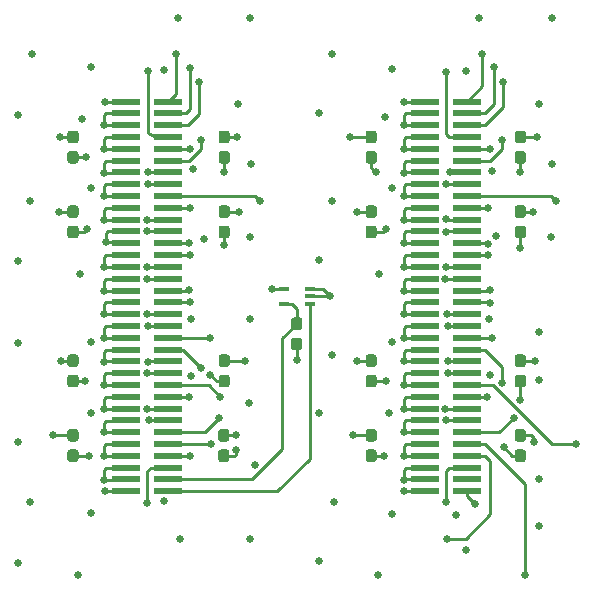
<source format=gbr>
%TF.GenerationSoftware,KiCad,Pcbnew,5.1.9-73d0e3b20d~88~ubuntu20.04.1*%
%TF.CreationDate,2021-03-01T10:08:49-05:00*%
%TF.ProjectId,SiPM_Board,5369504d-5f42-46f6-9172-642e6b696361,rev?*%
%TF.SameCoordinates,Original*%
%TF.FileFunction,Copper,L4,Bot*%
%TF.FilePolarity,Positive*%
%FSLAX46Y46*%
G04 Gerber Fmt 4.6, Leading zero omitted, Abs format (unit mm)*
G04 Created by KiCad (PCBNEW 5.1.9-73d0e3b20d~88~ubuntu20.04.1) date 2021-03-01 10:08:49*
%MOMM*%
%LPD*%
G01*
G04 APERTURE LIST*
%TA.AperFunction,SMDPad,CuDef*%
%ADD10R,0.900000X0.400000*%
%TD*%
%TA.AperFunction,SMDPad,CuDef*%
%ADD11R,2.413000X0.558800*%
%TD*%
%TA.AperFunction,ViaPad*%
%ADD12C,0.635000*%
%TD*%
%TA.AperFunction,Conductor*%
%ADD13C,0.294640*%
%TD*%
G04 APERTURE END LIST*
D10*
%TO.P,U1,4*%
%TO.N,/VDD*%
X148900000Y-100650000D03*
%TO.P,U1,2*%
%TO.N,GND*%
X151100000Y-100000000D03*
%TO.P,U1,5*%
X148900180Y-99344680D03*
%TO.P,U1,3*%
%TO.N,/OUT*%
X151100000Y-100650000D03*
%TO.P,U1,1*%
%TO.N,GND*%
X151100000Y-99350000D03*
%TD*%
D11*
%TO.P,J2,68*%
%TO.N,/BIAS4*%
X160852000Y-116502634D03*
%TO.P,J2,67*%
X164408000Y-116502634D03*
%TO.P,J2,66*%
%TO.N,GND*%
X160852000Y-115502636D03*
%TO.P,J2,65*%
%TO.N,Net-(J2-Pad65)*%
X164408000Y-115502636D03*
%TO.P,J2,64*%
%TO.N,GND*%
X160852000Y-114502638D03*
%TO.P,J2,63*%
%TO.N,Net-(J2-Pad63)*%
X164408000Y-114502638D03*
%TO.P,J2,62*%
%TO.N,GND*%
X160852000Y-113502640D03*
%TO.P,J2,61*%
%TO.N,Net-(J2-Pad61)*%
X164408000Y-113502640D03*
%TO.P,J2,60*%
%TO.N,GND*%
X160852000Y-112502642D03*
%TO.P,J2,59*%
%TO.N,Net-(J2-Pad59)*%
X164408000Y-112502642D03*
%TO.P,J2,58*%
%TO.N,GND*%
X160852000Y-111502644D03*
%TO.P,J2,57*%
%TO.N,Net-(J2-Pad57)*%
X164408000Y-111502644D03*
%TO.P,J2,56*%
%TO.N,GND*%
X160852000Y-110502646D03*
%TO.P,J2,55*%
%TO.N,Net-(J2-Pad55)*%
X164408000Y-110502646D03*
%TO.P,J2,54*%
%TO.N,GND*%
X160852000Y-109502648D03*
%TO.P,J2,53*%
%TO.N,Net-(J2-Pad53)*%
X164408000Y-109502648D03*
%TO.P,J2,52*%
%TO.N,GND*%
X160852000Y-108502650D03*
%TO.P,J2,51*%
%TO.N,Net-(J2-Pad51)*%
X164408000Y-108502650D03*
%TO.P,J2,50*%
%TO.N,GND*%
X160852000Y-107502652D03*
%TO.P,J2,49*%
%TO.N,Net-(J2-Pad49)*%
X164408000Y-107502652D03*
%TO.P,J2,48*%
%TO.N,GND*%
X160852000Y-106502654D03*
%TO.P,J2,47*%
%TO.N,Net-(J2-Pad47)*%
X164408000Y-106502654D03*
%TO.P,J2,46*%
%TO.N,GND*%
X160852000Y-105502656D03*
%TO.P,J2,45*%
%TO.N,Net-(J2-Pad45)*%
X164408000Y-105502656D03*
%TO.P,J2,44*%
%TO.N,GND*%
X160852000Y-104502658D03*
%TO.P,J2,43*%
%TO.N,Net-(J2-Pad43)*%
X164408000Y-104502658D03*
%TO.P,J2,42*%
%TO.N,GND*%
X160852000Y-103502660D03*
%TO.P,J2,41*%
%TO.N,Net-(J2-Pad41)*%
X164408000Y-103502660D03*
%TO.P,J2,40*%
%TO.N,GND*%
X160852000Y-102502662D03*
%TO.P,J2,39*%
%TO.N,Net-(J2-Pad39)*%
X164408000Y-102502662D03*
%TO.P,J2,38*%
%TO.N,GND*%
X160852000Y-101502664D03*
%TO.P,J2,37*%
%TO.N,Net-(J2-Pad37)*%
X164408000Y-101502664D03*
%TO.P,J2,36*%
%TO.N,GND*%
X160852000Y-100502666D03*
%TO.P,J2,35*%
%TO.N,Net-(J2-Pad35)*%
X164408000Y-100502666D03*
%TO.P,J2,34*%
%TO.N,GND*%
X160852000Y-99502668D03*
%TO.P,J2,33*%
%TO.N,Net-(J2-Pad33)*%
X164408000Y-99502668D03*
%TO.P,J2,32*%
%TO.N,GND*%
X160852000Y-98502670D03*
%TO.P,J2,31*%
%TO.N,Net-(J2-Pad31)*%
X164408000Y-98502670D03*
%TO.P,J2,30*%
%TO.N,GND*%
X160852000Y-97502672D03*
%TO.P,J2,29*%
%TO.N,Net-(J2-Pad29)*%
X164408000Y-97502672D03*
%TO.P,J2,28*%
%TO.N,GND*%
X160852000Y-96502674D03*
%TO.P,J2,27*%
%TO.N,Net-(J2-Pad27)*%
X164408000Y-96502674D03*
%TO.P,J2,26*%
%TO.N,GND*%
X160852000Y-95502676D03*
%TO.P,J2,25*%
%TO.N,Net-(J2-Pad25)*%
X164408000Y-95502676D03*
%TO.P,J2,24*%
%TO.N,GND*%
X160852000Y-94502678D03*
%TO.P,J2,23*%
%TO.N,Net-(J2-Pad23)*%
X164408000Y-94502678D03*
%TO.P,J2,22*%
%TO.N,GND*%
X160852000Y-93502680D03*
%TO.P,J2,21*%
%TO.N,Net-(J2-Pad21)*%
X164408000Y-93502680D03*
%TO.P,J2,20*%
%TO.N,GND*%
X160852000Y-92502682D03*
%TO.P,J2,19*%
%TO.N,Net-(J2-Pad19)*%
X164408000Y-92502682D03*
%TO.P,J2,18*%
%TO.N,GND*%
X160852000Y-91502684D03*
%TO.P,J2,17*%
%TO.N,Net-(J2-Pad17)*%
X164408000Y-91502684D03*
%TO.P,J2,16*%
%TO.N,GND*%
X160852000Y-90502686D03*
%TO.P,J2,15*%
%TO.N,Net-(J2-Pad15)*%
X164408000Y-90502686D03*
%TO.P,J2,14*%
%TO.N,GND*%
X160852000Y-89502688D03*
%TO.P,J2,13*%
%TO.N,Net-(J2-Pad13)*%
X164408000Y-89502688D03*
%TO.P,J2,12*%
%TO.N,GND*%
X160852000Y-88502690D03*
%TO.P,J2,11*%
%TO.N,Net-(J2-Pad11)*%
X164408000Y-88502690D03*
%TO.P,J2,10*%
%TO.N,GND*%
X160852000Y-87502692D03*
%TO.P,J2,9*%
%TO.N,Net-(J2-Pad9)*%
X164408000Y-87502692D03*
%TO.P,J2,8*%
%TO.N,GND*%
X160852000Y-86502694D03*
%TO.P,J2,7*%
%TO.N,Net-(J2-Pad7)*%
X164408000Y-86502694D03*
%TO.P,J2,6*%
%TO.N,GND*%
X160852000Y-85502696D03*
%TO.P,J2,5*%
%TO.N,Net-(J2-Pad5)*%
X164408000Y-85502696D03*
%TO.P,J2,4*%
%TO.N,GND*%
X160852000Y-84502698D03*
%TO.P,J2,3*%
%TO.N,Net-(J2-Pad3)*%
X164408000Y-84502698D03*
%TO.P,J2,1*%
%TO.N,Net-(J2-Pad1)*%
X164408000Y-83502700D03*
%TO.P,J2,2*%
%TO.N,/BIAS3*%
X160852000Y-83502700D03*
%TD*%
%TO.P,J1,2*%
%TO.N,/BIAS1*%
X135592000Y-83502700D03*
%TO.P,J1,1*%
%TO.N,Net-(J1-Pad1)*%
X139148000Y-83502700D03*
%TO.P,J1,3*%
%TO.N,Net-(J1-Pad3)*%
X139148000Y-84502698D03*
%TO.P,J1,4*%
%TO.N,GND*%
X135592000Y-84502698D03*
%TO.P,J1,5*%
%TO.N,Net-(J1-Pad5)*%
X139148000Y-85502696D03*
%TO.P,J1,6*%
%TO.N,GND*%
X135592000Y-85502696D03*
%TO.P,J1,7*%
%TO.N,Net-(J1-Pad7)*%
X139148000Y-86502694D03*
%TO.P,J1,8*%
%TO.N,GND*%
X135592000Y-86502694D03*
%TO.P,J1,9*%
%TO.N,Net-(J1-Pad9)*%
X139148000Y-87502692D03*
%TO.P,J1,10*%
%TO.N,GND*%
X135592000Y-87502692D03*
%TO.P,J1,11*%
%TO.N,Net-(J1-Pad11)*%
X139148000Y-88502690D03*
%TO.P,J1,12*%
%TO.N,GND*%
X135592000Y-88502690D03*
%TO.P,J1,13*%
%TO.N,Net-(J1-Pad13)*%
X139148000Y-89502688D03*
%TO.P,J1,14*%
%TO.N,GND*%
X135592000Y-89502688D03*
%TO.P,J1,15*%
%TO.N,Net-(J1-Pad15)*%
X139148000Y-90502686D03*
%TO.P,J1,16*%
%TO.N,GND*%
X135592000Y-90502686D03*
%TO.P,J1,17*%
%TO.N,Net-(J1-Pad17)*%
X139148000Y-91502684D03*
%TO.P,J1,18*%
%TO.N,GND*%
X135592000Y-91502684D03*
%TO.P,J1,19*%
%TO.N,Net-(J1-Pad19)*%
X139148000Y-92502682D03*
%TO.P,J1,20*%
%TO.N,GND*%
X135592000Y-92502682D03*
%TO.P,J1,21*%
%TO.N,Net-(J1-Pad21)*%
X139148000Y-93502680D03*
%TO.P,J1,22*%
%TO.N,GND*%
X135592000Y-93502680D03*
%TO.P,J1,23*%
%TO.N,Net-(J1-Pad23)*%
X139148000Y-94502678D03*
%TO.P,J1,24*%
%TO.N,GND*%
X135592000Y-94502678D03*
%TO.P,J1,25*%
%TO.N,Net-(J1-Pad25)*%
X139148000Y-95502676D03*
%TO.P,J1,26*%
%TO.N,GND*%
X135592000Y-95502676D03*
%TO.P,J1,27*%
%TO.N,Net-(J1-Pad27)*%
X139148000Y-96502674D03*
%TO.P,J1,28*%
%TO.N,GND*%
X135592000Y-96502674D03*
%TO.P,J1,29*%
%TO.N,Net-(J1-Pad29)*%
X139148000Y-97502672D03*
%TO.P,J1,30*%
%TO.N,GND*%
X135592000Y-97502672D03*
%TO.P,J1,31*%
%TO.N,Net-(J1-Pad31)*%
X139148000Y-98502670D03*
%TO.P,J1,32*%
%TO.N,GND*%
X135592000Y-98502670D03*
%TO.P,J1,33*%
%TO.N,Net-(J1-Pad33)*%
X139148000Y-99502668D03*
%TO.P,J1,34*%
%TO.N,GND*%
X135592000Y-99502668D03*
%TO.P,J1,35*%
%TO.N,Net-(J1-Pad35)*%
X139148000Y-100502666D03*
%TO.P,J1,36*%
%TO.N,GND*%
X135592000Y-100502666D03*
%TO.P,J1,37*%
%TO.N,Net-(J1-Pad37)*%
X139148000Y-101502664D03*
%TO.P,J1,38*%
%TO.N,GND*%
X135592000Y-101502664D03*
%TO.P,J1,39*%
%TO.N,Net-(J1-Pad39)*%
X139148000Y-102502662D03*
%TO.P,J1,40*%
%TO.N,GND*%
X135592000Y-102502662D03*
%TO.P,J1,41*%
%TO.N,Net-(J1-Pad41)*%
X139148000Y-103502660D03*
%TO.P,J1,42*%
%TO.N,GND*%
X135592000Y-103502660D03*
%TO.P,J1,43*%
%TO.N,Net-(J1-Pad43)*%
X139148000Y-104502658D03*
%TO.P,J1,44*%
%TO.N,GND*%
X135592000Y-104502658D03*
%TO.P,J1,45*%
%TO.N,Net-(J1-Pad45)*%
X139148000Y-105502656D03*
%TO.P,J1,46*%
%TO.N,GND*%
X135592000Y-105502656D03*
%TO.P,J1,47*%
%TO.N,Net-(J1-Pad47)*%
X139148000Y-106502654D03*
%TO.P,J1,48*%
%TO.N,GND*%
X135592000Y-106502654D03*
%TO.P,J1,49*%
%TO.N,Net-(J1-Pad49)*%
X139148000Y-107502652D03*
%TO.P,J1,50*%
%TO.N,GND*%
X135592000Y-107502652D03*
%TO.P,J1,51*%
%TO.N,Net-(J1-Pad51)*%
X139148000Y-108502650D03*
%TO.P,J1,52*%
%TO.N,GND*%
X135592000Y-108502650D03*
%TO.P,J1,53*%
%TO.N,Net-(J1-Pad53)*%
X139148000Y-109502648D03*
%TO.P,J1,54*%
%TO.N,GND*%
X135592000Y-109502648D03*
%TO.P,J1,55*%
%TO.N,Net-(J1-Pad55)*%
X139148000Y-110502646D03*
%TO.P,J1,56*%
%TO.N,GND*%
X135592000Y-110502646D03*
%TO.P,J1,57*%
%TO.N,Net-(J1-Pad57)*%
X139148000Y-111502644D03*
%TO.P,J1,58*%
%TO.N,GND*%
X135592000Y-111502644D03*
%TO.P,J1,59*%
%TO.N,Net-(J1-Pad59)*%
X139148000Y-112502642D03*
%TO.P,J1,60*%
%TO.N,GND*%
X135592000Y-112502642D03*
%TO.P,J1,61*%
%TO.N,Net-(J1-Pad61)*%
X139148000Y-113502640D03*
%TO.P,J1,62*%
%TO.N,GND*%
X135592000Y-113502640D03*
%TO.P,J1,63*%
%TO.N,Net-(J1-Pad63)*%
X139148000Y-114502638D03*
%TO.P,J1,64*%
%TO.N,GND*%
X135592000Y-114502638D03*
%TO.P,J1,65*%
%TO.N,/VDD*%
X139148000Y-115502636D03*
%TO.P,J1,66*%
%TO.N,GND*%
X135592000Y-115502636D03*
%TO.P,J1,67*%
%TO.N,/OUT*%
X139148000Y-116502634D03*
%TO.P,J1,68*%
%TO.N,/BIAS2*%
X135592000Y-116502634D03*
%TD*%
%TO.P,C15,1*%
%TO.N,/BIAS4*%
%TA.AperFunction,SMDPad,CuDef*%
G36*
G01*
X156072500Y-111230000D02*
X156547500Y-111230000D01*
G75*
G02*
X156785000Y-111467500I0J-237500D01*
G01*
X156785000Y-112067500D01*
G75*
G02*
X156547500Y-112305000I-237500J0D01*
G01*
X156072500Y-112305000D01*
G75*
G02*
X155835000Y-112067500I0J237500D01*
G01*
X155835000Y-111467500D01*
G75*
G02*
X156072500Y-111230000I237500J0D01*
G01*
G37*
%TD.AperFunction*%
%TO.P,C15,2*%
%TO.N,GND*%
%TA.AperFunction,SMDPad,CuDef*%
G36*
G01*
X156072500Y-112955000D02*
X156547500Y-112955000D01*
G75*
G02*
X156785000Y-113192500I0J-237500D01*
G01*
X156785000Y-113792500D01*
G75*
G02*
X156547500Y-114030000I-237500J0D01*
G01*
X156072500Y-114030000D01*
G75*
G02*
X155835000Y-113792500I0J237500D01*
G01*
X155835000Y-113192500D01*
G75*
G02*
X156072500Y-112955000I237500J0D01*
G01*
G37*
%TD.AperFunction*%
%TD*%
%TO.P,C9,2*%
%TO.N,GND*%
%TA.AperFunction,SMDPad,CuDef*%
G36*
G01*
X149762500Y-103505000D02*
X150237500Y-103505000D01*
G75*
G02*
X150475000Y-103742500I0J-237500D01*
G01*
X150475000Y-104342500D01*
G75*
G02*
X150237500Y-104580000I-237500J0D01*
G01*
X149762500Y-104580000D01*
G75*
G02*
X149525000Y-104342500I0J237500D01*
G01*
X149525000Y-103742500D01*
G75*
G02*
X149762500Y-103505000I237500J0D01*
G01*
G37*
%TD.AperFunction*%
%TO.P,C9,1*%
%TO.N,/VDD*%
%TA.AperFunction,SMDPad,CuDef*%
G36*
G01*
X149762500Y-101780000D02*
X150237500Y-101780000D01*
G75*
G02*
X150475000Y-102017500I0J-237500D01*
G01*
X150475000Y-102617500D01*
G75*
G02*
X150237500Y-102855000I-237500J0D01*
G01*
X149762500Y-102855000D01*
G75*
G02*
X149525000Y-102617500I0J237500D01*
G01*
X149525000Y-102017500D01*
G75*
G02*
X149762500Y-101780000I237500J0D01*
G01*
G37*
%TD.AperFunction*%
%TD*%
%TO.P,C5,2*%
%TO.N,GND*%
%TA.AperFunction,SMDPad,CuDef*%
G36*
G01*
X130822500Y-87695000D02*
X131297500Y-87695000D01*
G75*
G02*
X131535000Y-87932500I0J-237500D01*
G01*
X131535000Y-88532500D01*
G75*
G02*
X131297500Y-88770000I-237500J0D01*
G01*
X130822500Y-88770000D01*
G75*
G02*
X130585000Y-88532500I0J237500D01*
G01*
X130585000Y-87932500D01*
G75*
G02*
X130822500Y-87695000I237500J0D01*
G01*
G37*
%TD.AperFunction*%
%TO.P,C5,1*%
%TO.N,/BIAS1*%
%TA.AperFunction,SMDPad,CuDef*%
G36*
G01*
X130822500Y-85970000D02*
X131297500Y-85970000D01*
G75*
G02*
X131535000Y-86207500I0J-237500D01*
G01*
X131535000Y-86807500D01*
G75*
G02*
X131297500Y-87045000I-237500J0D01*
G01*
X130822500Y-87045000D01*
G75*
G02*
X130585000Y-86807500I0J237500D01*
G01*
X130585000Y-86207500D01*
G75*
G02*
X130822500Y-85970000I237500J0D01*
G01*
G37*
%TD.AperFunction*%
%TD*%
%TO.P,C7,1*%
%TO.N,/BIAS1*%
%TA.AperFunction,SMDPad,CuDef*%
G36*
G01*
X143632500Y-85970000D02*
X144107500Y-85970000D01*
G75*
G02*
X144345000Y-86207500I0J-237500D01*
G01*
X144345000Y-86807500D01*
G75*
G02*
X144107500Y-87045000I-237500J0D01*
G01*
X143632500Y-87045000D01*
G75*
G02*
X143395000Y-86807500I0J237500D01*
G01*
X143395000Y-86207500D01*
G75*
G02*
X143632500Y-85970000I237500J0D01*
G01*
G37*
%TD.AperFunction*%
%TO.P,C7,2*%
%TO.N,GND*%
%TA.AperFunction,SMDPad,CuDef*%
G36*
G01*
X143632500Y-87695000D02*
X144107500Y-87695000D01*
G75*
G02*
X144345000Y-87932500I0J-237500D01*
G01*
X144345000Y-88532500D01*
G75*
G02*
X144107500Y-88770000I-237500J0D01*
G01*
X143632500Y-88770000D01*
G75*
G02*
X143395000Y-88532500I0J237500D01*
G01*
X143395000Y-87932500D01*
G75*
G02*
X143632500Y-87695000I237500J0D01*
G01*
G37*
%TD.AperFunction*%
%TD*%
%TO.P,C6,2*%
%TO.N,GND*%
%TA.AperFunction,SMDPad,CuDef*%
G36*
G01*
X130822500Y-112955000D02*
X131297500Y-112955000D01*
G75*
G02*
X131535000Y-113192500I0J-237500D01*
G01*
X131535000Y-113792500D01*
G75*
G02*
X131297500Y-114030000I-237500J0D01*
G01*
X130822500Y-114030000D01*
G75*
G02*
X130585000Y-113792500I0J237500D01*
G01*
X130585000Y-113192500D01*
G75*
G02*
X130822500Y-112955000I237500J0D01*
G01*
G37*
%TD.AperFunction*%
%TO.P,C6,1*%
%TO.N,/BIAS2*%
%TA.AperFunction,SMDPad,CuDef*%
G36*
G01*
X130822500Y-111230000D02*
X131297500Y-111230000D01*
G75*
G02*
X131535000Y-111467500I0J-237500D01*
G01*
X131535000Y-112067500D01*
G75*
G02*
X131297500Y-112305000I-237500J0D01*
G01*
X130822500Y-112305000D01*
G75*
G02*
X130585000Y-112067500I0J237500D01*
G01*
X130585000Y-111467500D01*
G75*
G02*
X130822500Y-111230000I237500J0D01*
G01*
G37*
%TD.AperFunction*%
%TD*%
%TO.P,C8,1*%
%TO.N,/BIAS2*%
%TA.AperFunction,SMDPad,CuDef*%
G36*
G01*
X143582500Y-111230000D02*
X144057500Y-111230000D01*
G75*
G02*
X144295000Y-111467500I0J-237500D01*
G01*
X144295000Y-112067500D01*
G75*
G02*
X144057500Y-112305000I-237500J0D01*
G01*
X143582500Y-112305000D01*
G75*
G02*
X143345000Y-112067500I0J237500D01*
G01*
X143345000Y-111467500D01*
G75*
G02*
X143582500Y-111230000I237500J0D01*
G01*
G37*
%TD.AperFunction*%
%TO.P,C8,2*%
%TO.N,GND*%
%TA.AperFunction,SMDPad,CuDef*%
G36*
G01*
X143582500Y-112955000D02*
X144057500Y-112955000D01*
G75*
G02*
X144295000Y-113192500I0J-237500D01*
G01*
X144295000Y-113792500D01*
G75*
G02*
X144057500Y-114030000I-237500J0D01*
G01*
X143582500Y-114030000D01*
G75*
G02*
X143345000Y-113792500I0J237500D01*
G01*
X143345000Y-113192500D01*
G75*
G02*
X143582500Y-112955000I237500J0D01*
G01*
G37*
%TD.AperFunction*%
%TD*%
%TO.P,C14,2*%
%TO.N,GND*%
%TA.AperFunction,SMDPad,CuDef*%
G36*
G01*
X156072500Y-87695000D02*
X156547500Y-87695000D01*
G75*
G02*
X156785000Y-87932500I0J-237500D01*
G01*
X156785000Y-88532500D01*
G75*
G02*
X156547500Y-88770000I-237500J0D01*
G01*
X156072500Y-88770000D01*
G75*
G02*
X155835000Y-88532500I0J237500D01*
G01*
X155835000Y-87932500D01*
G75*
G02*
X156072500Y-87695000I237500J0D01*
G01*
G37*
%TD.AperFunction*%
%TO.P,C14,1*%
%TO.N,/BIAS3*%
%TA.AperFunction,SMDPad,CuDef*%
G36*
G01*
X156072500Y-85970000D02*
X156547500Y-85970000D01*
G75*
G02*
X156785000Y-86207500I0J-237500D01*
G01*
X156785000Y-86807500D01*
G75*
G02*
X156547500Y-87045000I-237500J0D01*
G01*
X156072500Y-87045000D01*
G75*
G02*
X155835000Y-86807500I0J237500D01*
G01*
X155835000Y-86207500D01*
G75*
G02*
X156072500Y-85970000I237500J0D01*
G01*
G37*
%TD.AperFunction*%
%TD*%
%TO.P,C16,1*%
%TO.N,/BIAS3*%
%TA.AperFunction,SMDPad,CuDef*%
G36*
G01*
X168702500Y-85970000D02*
X169177500Y-85970000D01*
G75*
G02*
X169415000Y-86207500I0J-237500D01*
G01*
X169415000Y-86807500D01*
G75*
G02*
X169177500Y-87045000I-237500J0D01*
G01*
X168702500Y-87045000D01*
G75*
G02*
X168465000Y-86807500I0J237500D01*
G01*
X168465000Y-86207500D01*
G75*
G02*
X168702500Y-85970000I237500J0D01*
G01*
G37*
%TD.AperFunction*%
%TO.P,C16,2*%
%TO.N,GND*%
%TA.AperFunction,SMDPad,CuDef*%
G36*
G01*
X168702500Y-87695000D02*
X169177500Y-87695000D01*
G75*
G02*
X169415000Y-87932500I0J-237500D01*
G01*
X169415000Y-88532500D01*
G75*
G02*
X169177500Y-88770000I-237500J0D01*
G01*
X168702500Y-88770000D01*
G75*
G02*
X168465000Y-88532500I0J237500D01*
G01*
X168465000Y-87932500D01*
G75*
G02*
X168702500Y-87695000I237500J0D01*
G01*
G37*
%TD.AperFunction*%
%TD*%
%TO.P,C17,2*%
%TO.N,GND*%
%TA.AperFunction,SMDPad,CuDef*%
G36*
G01*
X168702500Y-112955000D02*
X169177500Y-112955000D01*
G75*
G02*
X169415000Y-113192500I0J-237500D01*
G01*
X169415000Y-113792500D01*
G75*
G02*
X169177500Y-114030000I-237500J0D01*
G01*
X168702500Y-114030000D01*
G75*
G02*
X168465000Y-113792500I0J237500D01*
G01*
X168465000Y-113192500D01*
G75*
G02*
X168702500Y-112955000I237500J0D01*
G01*
G37*
%TD.AperFunction*%
%TO.P,C17,1*%
%TO.N,/BIAS4*%
%TA.AperFunction,SMDPad,CuDef*%
G36*
G01*
X168702500Y-111230000D02*
X169177500Y-111230000D01*
G75*
G02*
X169415000Y-111467500I0J-237500D01*
G01*
X169415000Y-112067500D01*
G75*
G02*
X169177500Y-112305000I-237500J0D01*
G01*
X168702500Y-112305000D01*
G75*
G02*
X168465000Y-112067500I0J237500D01*
G01*
X168465000Y-111467500D01*
G75*
G02*
X168702500Y-111230000I237500J0D01*
G01*
G37*
%TD.AperFunction*%
%TD*%
%TO.P,C1,2*%
%TO.N,GND*%
%TA.AperFunction,SMDPad,CuDef*%
G36*
G01*
X130822500Y-94015000D02*
X131297500Y-94015000D01*
G75*
G02*
X131535000Y-94252500I0J-237500D01*
G01*
X131535000Y-94852500D01*
G75*
G02*
X131297500Y-95090000I-237500J0D01*
G01*
X130822500Y-95090000D01*
G75*
G02*
X130585000Y-94852500I0J237500D01*
G01*
X130585000Y-94252500D01*
G75*
G02*
X130822500Y-94015000I237500J0D01*
G01*
G37*
%TD.AperFunction*%
%TO.P,C1,1*%
%TO.N,/BIAS1*%
%TA.AperFunction,SMDPad,CuDef*%
G36*
G01*
X130822500Y-92290000D02*
X131297500Y-92290000D01*
G75*
G02*
X131535000Y-92527500I0J-237500D01*
G01*
X131535000Y-93127500D01*
G75*
G02*
X131297500Y-93365000I-237500J0D01*
G01*
X130822500Y-93365000D01*
G75*
G02*
X130585000Y-93127500I0J237500D01*
G01*
X130585000Y-92527500D01*
G75*
G02*
X130822500Y-92290000I237500J0D01*
G01*
G37*
%TD.AperFunction*%
%TD*%
%TO.P,C3,1*%
%TO.N,/BIAS1*%
%TA.AperFunction,SMDPad,CuDef*%
G36*
G01*
X143632500Y-92290000D02*
X144107500Y-92290000D01*
G75*
G02*
X144345000Y-92527500I0J-237500D01*
G01*
X144345000Y-93127500D01*
G75*
G02*
X144107500Y-93365000I-237500J0D01*
G01*
X143632500Y-93365000D01*
G75*
G02*
X143395000Y-93127500I0J237500D01*
G01*
X143395000Y-92527500D01*
G75*
G02*
X143632500Y-92290000I237500J0D01*
G01*
G37*
%TD.AperFunction*%
%TO.P,C3,2*%
%TO.N,GND*%
%TA.AperFunction,SMDPad,CuDef*%
G36*
G01*
X143632500Y-94015000D02*
X144107500Y-94015000D01*
G75*
G02*
X144345000Y-94252500I0J-237500D01*
G01*
X144345000Y-94852500D01*
G75*
G02*
X144107500Y-95090000I-237500J0D01*
G01*
X143632500Y-95090000D01*
G75*
G02*
X143395000Y-94852500I0J237500D01*
G01*
X143395000Y-94252500D01*
G75*
G02*
X143632500Y-94015000I237500J0D01*
G01*
G37*
%TD.AperFunction*%
%TD*%
%TO.P,C2,2*%
%TO.N,GND*%
%TA.AperFunction,SMDPad,CuDef*%
G36*
G01*
X130822500Y-106635000D02*
X131297500Y-106635000D01*
G75*
G02*
X131535000Y-106872500I0J-237500D01*
G01*
X131535000Y-107472500D01*
G75*
G02*
X131297500Y-107710000I-237500J0D01*
G01*
X130822500Y-107710000D01*
G75*
G02*
X130585000Y-107472500I0J237500D01*
G01*
X130585000Y-106872500D01*
G75*
G02*
X130822500Y-106635000I237500J0D01*
G01*
G37*
%TD.AperFunction*%
%TO.P,C2,1*%
%TO.N,/BIAS2*%
%TA.AperFunction,SMDPad,CuDef*%
G36*
G01*
X130822500Y-104910000D02*
X131297500Y-104910000D01*
G75*
G02*
X131535000Y-105147500I0J-237500D01*
G01*
X131535000Y-105747500D01*
G75*
G02*
X131297500Y-105985000I-237500J0D01*
G01*
X130822500Y-105985000D01*
G75*
G02*
X130585000Y-105747500I0J237500D01*
G01*
X130585000Y-105147500D01*
G75*
G02*
X130822500Y-104910000I237500J0D01*
G01*
G37*
%TD.AperFunction*%
%TD*%
%TO.P,C4,1*%
%TO.N,/BIAS2*%
%TA.AperFunction,SMDPad,CuDef*%
G36*
G01*
X143632500Y-104910000D02*
X144107500Y-104910000D01*
G75*
G02*
X144345000Y-105147500I0J-237500D01*
G01*
X144345000Y-105747500D01*
G75*
G02*
X144107500Y-105985000I-237500J0D01*
G01*
X143632500Y-105985000D01*
G75*
G02*
X143395000Y-105747500I0J237500D01*
G01*
X143395000Y-105147500D01*
G75*
G02*
X143632500Y-104910000I237500J0D01*
G01*
G37*
%TD.AperFunction*%
%TO.P,C4,2*%
%TO.N,GND*%
%TA.AperFunction,SMDPad,CuDef*%
G36*
G01*
X143632500Y-106635000D02*
X144107500Y-106635000D01*
G75*
G02*
X144345000Y-106872500I0J-237500D01*
G01*
X144345000Y-107472500D01*
G75*
G02*
X144107500Y-107710000I-237500J0D01*
G01*
X143632500Y-107710000D01*
G75*
G02*
X143395000Y-107472500I0J237500D01*
G01*
X143395000Y-106872500D01*
G75*
G02*
X143632500Y-106635000I237500J0D01*
G01*
G37*
%TD.AperFunction*%
%TD*%
%TO.P,C10,2*%
%TO.N,GND*%
%TA.AperFunction,SMDPad,CuDef*%
G36*
G01*
X156072500Y-94015000D02*
X156547500Y-94015000D01*
G75*
G02*
X156785000Y-94252500I0J-237500D01*
G01*
X156785000Y-94852500D01*
G75*
G02*
X156547500Y-95090000I-237500J0D01*
G01*
X156072500Y-95090000D01*
G75*
G02*
X155835000Y-94852500I0J237500D01*
G01*
X155835000Y-94252500D01*
G75*
G02*
X156072500Y-94015000I237500J0D01*
G01*
G37*
%TD.AperFunction*%
%TO.P,C10,1*%
%TO.N,/BIAS3*%
%TA.AperFunction,SMDPad,CuDef*%
G36*
G01*
X156072500Y-92290000D02*
X156547500Y-92290000D01*
G75*
G02*
X156785000Y-92527500I0J-237500D01*
G01*
X156785000Y-93127500D01*
G75*
G02*
X156547500Y-93365000I-237500J0D01*
G01*
X156072500Y-93365000D01*
G75*
G02*
X155835000Y-93127500I0J237500D01*
G01*
X155835000Y-92527500D01*
G75*
G02*
X156072500Y-92290000I237500J0D01*
G01*
G37*
%TD.AperFunction*%
%TD*%
%TO.P,C12,1*%
%TO.N,/BIAS3*%
%TA.AperFunction,SMDPad,CuDef*%
G36*
G01*
X168702500Y-92290000D02*
X169177500Y-92290000D01*
G75*
G02*
X169415000Y-92527500I0J-237500D01*
G01*
X169415000Y-93127500D01*
G75*
G02*
X169177500Y-93365000I-237500J0D01*
G01*
X168702500Y-93365000D01*
G75*
G02*
X168465000Y-93127500I0J237500D01*
G01*
X168465000Y-92527500D01*
G75*
G02*
X168702500Y-92290000I237500J0D01*
G01*
G37*
%TD.AperFunction*%
%TO.P,C12,2*%
%TO.N,GND*%
%TA.AperFunction,SMDPad,CuDef*%
G36*
G01*
X168702500Y-94015000D02*
X169177500Y-94015000D01*
G75*
G02*
X169415000Y-94252500I0J-237500D01*
G01*
X169415000Y-94852500D01*
G75*
G02*
X169177500Y-95090000I-237500J0D01*
G01*
X168702500Y-95090000D01*
G75*
G02*
X168465000Y-94852500I0J237500D01*
G01*
X168465000Y-94252500D01*
G75*
G02*
X168702500Y-94015000I237500J0D01*
G01*
G37*
%TD.AperFunction*%
%TD*%
%TO.P,C11,2*%
%TO.N,GND*%
%TA.AperFunction,SMDPad,CuDef*%
G36*
G01*
X156072500Y-106635000D02*
X156547500Y-106635000D01*
G75*
G02*
X156785000Y-106872500I0J-237500D01*
G01*
X156785000Y-107472500D01*
G75*
G02*
X156547500Y-107710000I-237500J0D01*
G01*
X156072500Y-107710000D01*
G75*
G02*
X155835000Y-107472500I0J237500D01*
G01*
X155835000Y-106872500D01*
G75*
G02*
X156072500Y-106635000I237500J0D01*
G01*
G37*
%TD.AperFunction*%
%TO.P,C11,1*%
%TO.N,/BIAS4*%
%TA.AperFunction,SMDPad,CuDef*%
G36*
G01*
X156072500Y-104910000D02*
X156547500Y-104910000D01*
G75*
G02*
X156785000Y-105147500I0J-237500D01*
G01*
X156785000Y-105747500D01*
G75*
G02*
X156547500Y-105985000I-237500J0D01*
G01*
X156072500Y-105985000D01*
G75*
G02*
X155835000Y-105747500I0J237500D01*
G01*
X155835000Y-105147500D01*
G75*
G02*
X156072500Y-104910000I237500J0D01*
G01*
G37*
%TD.AperFunction*%
%TD*%
%TO.P,C13,1*%
%TO.N,/BIAS4*%
%TA.AperFunction,SMDPad,CuDef*%
G36*
G01*
X168702500Y-104910000D02*
X169177500Y-104910000D01*
G75*
G02*
X169415000Y-105147500I0J-237500D01*
G01*
X169415000Y-105747500D01*
G75*
G02*
X169177500Y-105985000I-237500J0D01*
G01*
X168702500Y-105985000D01*
G75*
G02*
X168465000Y-105747500I0J237500D01*
G01*
X168465000Y-105147500D01*
G75*
G02*
X168702500Y-104910000I237500J0D01*
G01*
G37*
%TD.AperFunction*%
%TO.P,C13,2*%
%TO.N,GND*%
%TA.AperFunction,SMDPad,CuDef*%
G36*
G01*
X168702500Y-106635000D02*
X169177500Y-106635000D01*
G75*
G02*
X169415000Y-106872500I0J-237500D01*
G01*
X169415000Y-107472500D01*
G75*
G02*
X169177500Y-107710000I-237500J0D01*
G01*
X168702500Y-107710000D01*
G75*
G02*
X168465000Y-107472500I0J237500D01*
G01*
X168465000Y-106872500D01*
G75*
G02*
X168702500Y-106635000I237500J0D01*
G01*
G37*
%TD.AperFunction*%
%TD*%
D12*
%TO.N,GND*%
X133707308Y-111522692D03*
X133707308Y-103522692D03*
X133707308Y-101522692D03*
X133707308Y-87522692D03*
X133707308Y-115522692D03*
X133707308Y-113522692D03*
X133707308Y-107522692D03*
X133707308Y-105522692D03*
X133707308Y-109522692D03*
X133827308Y-95432692D03*
X133707308Y-85522692D03*
X133707308Y-93522692D03*
X133707308Y-91522692D03*
X133707308Y-89522692D03*
X133707308Y-99522692D03*
X133707308Y-97522692D03*
X159077308Y-111512692D03*
X159077308Y-103512692D03*
X159077308Y-101512692D03*
X159077308Y-87512692D03*
X159077308Y-115512692D03*
X159077308Y-113512692D03*
X159077308Y-107512692D03*
X159077308Y-105512692D03*
X159077308Y-109512692D03*
X159077308Y-95512692D03*
X159077308Y-93512692D03*
X159077308Y-91512692D03*
X159077308Y-89512692D03*
X159077308Y-99512692D03*
X159077308Y-97512692D03*
X143870000Y-89500000D03*
X168940000Y-89490000D03*
X167540000Y-112770000D03*
X132427500Y-113492500D03*
X156700000Y-89510000D03*
X157362500Y-113492500D03*
X132167500Y-88232500D03*
X152860000Y-100000000D03*
X144880000Y-113040000D03*
X132057500Y-107172500D03*
X142670000Y-106620000D03*
X157562500Y-107172500D03*
X132240000Y-94280000D03*
X143870000Y-95620000D03*
X157540000Y-94290000D03*
X168940000Y-95900000D03*
X168940000Y-108800000D03*
X159127308Y-85512692D03*
X150000000Y-105400000D03*
X147935320Y-99344680D03*
%TO.N,/BIAS1*%
X133762700Y-83502700D03*
X142170000Y-95100000D03*
X127570000Y-79500000D03*
X126400000Y-84610000D03*
X132600000Y-90800000D03*
X126400000Y-96980000D03*
X131640000Y-98100000D03*
X144992500Y-86507500D03*
X138800000Y-80870000D03*
X132600000Y-80550000D03*
X129852500Y-92827500D03*
X145142500Y-92827500D03*
X127420000Y-91900000D03*
X129970000Y-86520000D03*
X131855000Y-84955000D03*
X139990000Y-76400000D03*
X146090000Y-76400000D03*
X145000000Y-83680000D03*
X146080000Y-95000000D03*
X146120000Y-88800000D03*
X141210000Y-89220000D03*
%TO.N,/BIAS2*%
X133757366Y-116502634D03*
X131470000Y-123600000D03*
X140110000Y-120500000D03*
X138800000Y-117340000D03*
X126400000Y-112350000D03*
X129382500Y-111767500D03*
X132600000Y-109880000D03*
X141060000Y-106710000D03*
X141020000Y-101900000D03*
X132600000Y-118350000D03*
X146030000Y-120500000D03*
X146440000Y-114300000D03*
X144877500Y-111767500D03*
X130042500Y-105447500D03*
X145670000Y-105450000D03*
X145930000Y-109030000D03*
X127460000Y-117400000D03*
X126400000Y-122580000D03*
X126400000Y-103930000D03*
X132600000Y-103870000D03*
X146070000Y-101900000D03*
%TO.N,Net-(J1-Pad63)*%
X137360000Y-117500000D03*
%TO.N,Net-(J1-Pad61)*%
X140990000Y-113510000D03*
%TO.N,Net-(J1-Pad59)*%
X142747358Y-112502642D03*
%TO.N,Net-(J1-Pad57)*%
X143467356Y-110300000D03*
%TO.N,Net-(J1-Pad55)*%
X137460000Y-110500000D03*
%TO.N,Net-(J1-Pad53)*%
X137330000Y-109500000D03*
%TO.N,Net-(J1-Pad51)*%
X140880000Y-108500000D03*
%TO.N,Net-(J1-Pad49)*%
X143550000Y-108490000D03*
%TO.N,Net-(J1-Pad47)*%
X137360000Y-106510000D03*
%TO.N,Net-(J1-Pad45)*%
X137390000Y-105520000D03*
%TO.N,Net-(J1-Pad43)*%
X141900000Y-106050000D03*
%TO.N,Net-(J1-Pad41)*%
X142640000Y-103500000D03*
%TO.N,Net-(J1-Pad39)*%
X137440000Y-102520000D03*
%TO.N,Net-(J1-Pad37)*%
X137350000Y-101510000D03*
%TO.N,Net-(J1-Pad35)*%
X140970000Y-100500000D03*
%TO.N,Net-(J1-Pad33)*%
X140860000Y-99480000D03*
%TO.N,Net-(J1-Pad31)*%
X137360000Y-98500000D03*
%TO.N,Net-(J1-Pad29)*%
X137340000Y-97510000D03*
%TO.N,Net-(J1-Pad27)*%
X140950000Y-96520000D03*
%TO.N,Net-(J1-Pad25)*%
X140920000Y-95500000D03*
%TO.N,Net-(J1-Pad23)*%
X137320000Y-94500000D03*
%TO.N,Net-(J1-Pad21)*%
X137340000Y-93510000D03*
%TO.N,Net-(J1-Pad19)*%
X140930000Y-92510000D03*
%TO.N,Net-(J1-Pad17)*%
X146870000Y-91900000D03*
%TO.N,Net-(J1-Pad15)*%
X137450000Y-90520000D03*
%TO.N,Net-(J1-Pad13)*%
X137430000Y-89490000D03*
%TO.N,Net-(J1-Pad11)*%
X141900000Y-86720000D03*
%TO.N,Net-(J1-Pad9)*%
X140930000Y-87510000D03*
%TO.N,Net-(J1-Pad7)*%
X137400000Y-80900000D03*
%TO.N,Net-(J1-Pad5)*%
X141730000Y-81890000D03*
%TO.N,Net-(J1-Pad3)*%
X141000000Y-80650000D03*
%TO.N,Net-(J1-Pad1)*%
X139760000Y-79450000D03*
%TO.N,Net-(J2-Pad63)*%
X162630000Y-117420000D03*
%TO.N,Net-(J2-Pad61)*%
X162750000Y-120500000D03*
%TO.N,Net-(J2-Pad59)*%
X169300000Y-123600000D03*
%TO.N,Net-(J2-Pad57)*%
X168380000Y-110280000D03*
%TO.N,Net-(J2-Pad55)*%
X162670000Y-110500000D03*
%TO.N,Net-(J2-Pad53)*%
X162580000Y-109500000D03*
%TO.N,Net-(J2-Pad51)*%
X166157350Y-108502650D03*
%TO.N,Net-(J2-Pad49)*%
X173630000Y-112510000D03*
%TO.N,Net-(J2-Pad47)*%
X162807346Y-106502654D03*
%TO.N,Net-(J2-Pad45)*%
X162797344Y-105502656D03*
%TO.N,Net-(J2-Pad43)*%
X167409603Y-107339603D03*
%TO.N,Net-(J2-Pad41)*%
X166550000Y-103520000D03*
%TO.N,Net-(J2-Pad39)*%
X162852662Y-102502662D03*
%TO.N,Net-(J2-Pad37)*%
X162762664Y-101502664D03*
%TO.N,Net-(J2-Pad35)*%
X166380000Y-100530000D03*
%TO.N,Net-(J2-Pad33)*%
X166400000Y-99500000D03*
%TO.N,Net-(J2-Pad31)*%
X162580000Y-98500000D03*
%TO.N,Net-(J2-Pad29)*%
X162660000Y-97530000D03*
%TO.N,Net-(J2-Pad27)*%
X166180000Y-96510000D03*
%TO.N,Net-(J2-Pad25)*%
X166190000Y-95536064D03*
%TO.N,Net-(J2-Pad23)*%
X162630000Y-94510000D03*
%TO.N,Net-(J2-Pad21)*%
X162620000Y-93480000D03*
%TO.N,Net-(J2-Pad19)*%
X166230000Y-92500000D03*
%TO.N,Net-(J2-Pad17)*%
X171930000Y-91890000D03*
%TO.N,Net-(J2-Pad15)*%
X162645789Y-90474211D03*
%TO.N,Net-(J2-Pad13)*%
X162952688Y-89502688D03*
%TO.N,Net-(J2-Pad11)*%
X167390000Y-86750000D03*
%TO.N,Net-(J2-Pad9)*%
X166407308Y-87502692D03*
%TO.N,Net-(J2-Pad7)*%
X162630000Y-81020000D03*
%TO.N,Net-(J2-Pad5)*%
X167480000Y-81890000D03*
%TO.N,Net-(J2-Pad3)*%
X166730000Y-80600000D03*
%TO.N,Net-(J2-Pad1)*%
X165690000Y-79510000D03*
%TO.N,/BIAS3*%
X159078000Y-83502700D03*
X151900000Y-96900000D03*
X156980000Y-98100000D03*
X153020000Y-91900000D03*
X158100000Y-90820000D03*
X151900000Y-84510000D03*
X166500000Y-89350000D03*
X170382500Y-86507500D03*
X154527500Y-86507500D03*
X164300000Y-80940000D03*
X158100000Y-80790000D03*
X155117500Y-92827500D03*
X170012500Y-92827500D03*
X153020000Y-79500000D03*
X165400000Y-76400000D03*
X171650000Y-76400000D03*
X170500000Y-83680000D03*
X171580000Y-88800000D03*
X171530000Y-95000000D03*
X166881243Y-94871243D03*
X157520000Y-84840000D03*
%TO.N,/BIAS4*%
X159078000Y-116502634D03*
X156910000Y-123600000D03*
X151900000Y-122430000D03*
X153190000Y-117400000D03*
X154812500Y-111767500D03*
X151900000Y-109860000D03*
X166280000Y-101900000D03*
X170500000Y-102980000D03*
X166400000Y-106640000D03*
X170500000Y-107070000D03*
X170500000Y-115470000D03*
X170500000Y-119440000D03*
X157800000Y-109910000D03*
X164300000Y-121510000D03*
X158100000Y-118410000D03*
X170130000Y-112300000D03*
X163530000Y-118470000D03*
X153010000Y-105000000D03*
X170187500Y-105447500D03*
X155122500Y-105447500D03*
X158100000Y-103900000D03*
X165140000Y-117610000D03*
%TD*%
D13*
%TO.N,GND*%
X135572000Y-109512696D02*
X133717304Y-109512696D01*
X133702694Y-113518078D02*
X133707308Y-113522692D01*
X133702694Y-103518078D02*
X133707308Y-103522692D01*
X135572000Y-103512696D02*
X133717304Y-103512696D01*
X133877302Y-112512698D02*
X133707308Y-112682692D01*
X133707308Y-102682692D02*
X133707308Y-103522692D01*
X135572000Y-102512698D02*
X133877302Y-102512698D01*
X133717304Y-103512696D02*
X133707308Y-103522692D01*
X133877302Y-102512698D02*
X133707308Y-102682692D01*
X133707308Y-103522692D02*
X133877308Y-103522692D01*
X133707308Y-115522692D02*
X133877308Y-115522692D01*
X133877302Y-110512698D02*
X133707308Y-110682692D01*
X133717304Y-111512696D02*
X133707308Y-111522692D01*
X133717304Y-107512696D02*
X133707308Y-107522692D01*
X133702694Y-107518078D02*
X133707308Y-107522692D01*
X133707308Y-109522692D02*
X133877308Y-109522692D01*
X135572000Y-110512698D02*
X133877302Y-110512698D01*
X133877302Y-86512698D02*
X133707308Y-86682692D01*
X133717304Y-87512696D02*
X133707308Y-87522692D01*
X135572000Y-86512698D02*
X133877302Y-86512698D01*
X133702694Y-87518078D02*
X133707308Y-87522692D01*
X133707308Y-86682692D02*
X133707308Y-87522692D01*
X135572000Y-87512696D02*
X133717304Y-87512696D01*
X133707308Y-87522692D02*
X133877308Y-87522692D01*
X133717304Y-109512696D02*
X133707308Y-109522692D01*
X133707308Y-108682692D02*
X133707308Y-109522692D01*
X135572000Y-105512696D02*
X133717304Y-105512696D01*
X135572000Y-115512696D02*
X133717304Y-115512696D01*
X135572000Y-106512698D02*
X133877302Y-106512698D01*
X135572000Y-112512698D02*
X133877302Y-112512698D01*
X133707308Y-106682692D02*
X133707308Y-107522692D01*
X133707308Y-112682692D02*
X133707308Y-113522692D01*
X135572000Y-108512698D02*
X133877302Y-108512698D01*
X135572000Y-107512696D02*
X133717304Y-107512696D01*
X133707308Y-113522692D02*
X133877308Y-113522692D01*
X133707308Y-105522692D02*
X133877308Y-105522692D01*
X133717304Y-101512696D02*
X133707308Y-101522692D01*
X133707308Y-111522692D02*
X133877308Y-111522692D01*
X135572000Y-114512698D02*
X133877302Y-114512698D01*
X133702694Y-111518078D02*
X133707308Y-111522692D01*
X133707308Y-100682692D02*
X133707308Y-101522692D01*
X135572000Y-104512698D02*
X133877302Y-104512698D01*
X133707308Y-101522692D02*
X133877308Y-101522692D01*
X133702694Y-115518078D02*
X133707308Y-115522692D01*
X133877302Y-100512698D02*
X133707308Y-100682692D01*
X133702694Y-105518078D02*
X133707308Y-105522692D01*
X133717304Y-115512696D02*
X133707308Y-115522692D01*
X133702694Y-109518078D02*
X133707308Y-109522692D01*
X133877302Y-106512698D02*
X133707308Y-106682692D01*
X135572000Y-101512696D02*
X133717304Y-101512696D01*
X135572000Y-111512696D02*
X133717304Y-111512696D01*
X133707308Y-104682692D02*
X133707308Y-105522692D01*
X135572000Y-100512698D02*
X133877302Y-100512698D01*
X133877302Y-104512698D02*
X133707308Y-104682692D01*
X133877302Y-114512698D02*
X133707308Y-114682692D01*
X133707308Y-107522692D02*
X133877308Y-107522692D01*
X135572000Y-113512696D02*
X133717304Y-113512696D01*
X133717304Y-105512696D02*
X133707308Y-105522692D01*
X133707308Y-114682692D02*
X133707308Y-115522692D01*
X133702694Y-101518078D02*
X133707308Y-101522692D01*
X133717304Y-113512696D02*
X133707308Y-113522692D01*
X133707308Y-110682692D02*
X133707308Y-111522692D01*
X133702694Y-97518078D02*
X133707308Y-97522692D01*
X133877302Y-96512698D02*
X133707308Y-96682692D01*
X135572000Y-93512696D02*
X133717304Y-93512696D01*
X135692000Y-94422698D02*
X133997302Y-94422698D01*
X133877302Y-92512698D02*
X133707308Y-92682692D01*
X133707308Y-99522692D02*
X133877308Y-99522692D01*
X133702694Y-91518078D02*
X133707308Y-91522692D01*
X133717304Y-91512696D02*
X133707308Y-91522692D01*
X133837304Y-95422696D02*
X133827308Y-95432692D01*
X133997302Y-94422698D02*
X133827308Y-94592692D01*
X133707308Y-93522692D02*
X133877308Y-93522692D01*
X133702694Y-99518078D02*
X133707308Y-99522692D01*
X133707308Y-97522692D02*
X133877308Y-97522692D01*
X133877302Y-90512698D02*
X133707308Y-90682692D01*
X135572000Y-98512698D02*
X133877302Y-98512698D01*
X133707308Y-85522692D02*
X133877308Y-85522692D01*
X133702694Y-89518078D02*
X133707308Y-89522692D01*
X133707308Y-98682692D02*
X133707308Y-99522692D01*
X133707308Y-89522692D02*
X133877308Y-89522692D01*
X133707308Y-88682692D02*
X133707308Y-89522692D01*
X135572000Y-97512696D02*
X133717304Y-97512696D01*
X133717304Y-97512696D02*
X133707308Y-97522692D01*
X133827308Y-95432692D02*
X133997308Y-95432692D01*
X133707308Y-91522692D02*
X133877308Y-91522692D01*
X133877302Y-84512698D02*
X133707308Y-84682692D01*
X133717304Y-85512696D02*
X133707308Y-85522692D01*
X135692000Y-95422696D02*
X133837304Y-95422696D01*
X135572000Y-84512698D02*
X133877302Y-84512698D01*
X135572000Y-85512696D02*
X133717304Y-85512696D01*
X133717304Y-99512696D02*
X133707308Y-99522692D01*
X135572000Y-91512696D02*
X133717304Y-91512696D01*
X133877302Y-88512698D02*
X133707308Y-88682692D01*
X135572000Y-88512698D02*
X133877302Y-88512698D01*
X133702694Y-93518078D02*
X133707308Y-93522692D01*
X133827308Y-94592692D02*
X133827308Y-95432692D01*
X133707308Y-84682692D02*
X133707308Y-85522692D01*
X133822694Y-95428078D02*
X133827308Y-95432692D01*
X133717304Y-89512696D02*
X133707308Y-89522692D01*
X133877302Y-98512698D02*
X133707308Y-98682692D01*
X135572000Y-96512698D02*
X133877302Y-96512698D01*
X133707308Y-96682692D02*
X133707308Y-97522692D01*
X133707308Y-92682692D02*
X133707308Y-93522692D01*
X133707308Y-90682692D02*
X133707308Y-91522692D01*
X135572000Y-89512696D02*
X133717304Y-89512696D01*
X135572000Y-92512698D02*
X133877302Y-92512698D01*
X135572000Y-90512698D02*
X133877302Y-90512698D01*
X135572000Y-99512696D02*
X133717304Y-99512696D01*
X133717304Y-93512696D02*
X133707308Y-93522692D01*
X160942000Y-109502696D02*
X159087304Y-109502696D01*
X159072694Y-113508078D02*
X159077308Y-113512692D01*
X159072694Y-103508078D02*
X159077308Y-103512692D01*
X160942000Y-103502696D02*
X159087304Y-103502696D01*
X159247302Y-112502698D02*
X159077308Y-112672692D01*
X159077308Y-102672692D02*
X159077308Y-103512692D01*
X160942000Y-102502698D02*
X159247302Y-102502698D01*
X159087304Y-103502696D02*
X159077308Y-103512692D01*
X159247302Y-102502698D02*
X159077308Y-102672692D01*
X159077308Y-103512692D02*
X159247308Y-103512692D01*
X159077308Y-115512692D02*
X159247308Y-115512692D01*
X159247302Y-110502698D02*
X159077308Y-110672692D01*
X159247302Y-108502698D02*
X159077308Y-108672692D01*
X159087304Y-111502696D02*
X159077308Y-111512692D01*
X159087304Y-107502696D02*
X159077308Y-107512692D01*
X159072694Y-107508078D02*
X159077308Y-107512692D01*
X159077308Y-109512692D02*
X159247308Y-109512692D01*
X160942000Y-110502698D02*
X159247302Y-110502698D01*
X159247302Y-86502698D02*
X159077308Y-86672692D01*
X159087304Y-87502696D02*
X159077308Y-87512692D01*
X160942000Y-86502698D02*
X159247302Y-86502698D01*
X159072694Y-87508078D02*
X159077308Y-87512692D01*
X159077308Y-86672692D02*
X159077308Y-87512692D01*
X160942000Y-87502696D02*
X159087304Y-87502696D01*
X159077308Y-87512692D02*
X159247308Y-87512692D01*
X159087304Y-109502696D02*
X159077308Y-109512692D01*
X159077308Y-108672692D02*
X159077308Y-109512692D01*
X160942000Y-105502696D02*
X159087304Y-105502696D01*
X160942000Y-115502696D02*
X159087304Y-115502696D01*
X160942000Y-106502698D02*
X159247302Y-106502698D01*
X160942000Y-112502698D02*
X159247302Y-112502698D01*
X159077308Y-106672692D02*
X159077308Y-107512692D01*
X159077308Y-112672692D02*
X159077308Y-113512692D01*
X160942000Y-108502698D02*
X159247302Y-108502698D01*
X160942000Y-107502696D02*
X159087304Y-107502696D01*
X159077308Y-113512692D02*
X159247308Y-113512692D01*
X159077308Y-105512692D02*
X159247308Y-105512692D01*
X159087304Y-101502696D02*
X159077308Y-101512692D01*
X159077308Y-111512692D02*
X159247308Y-111512692D01*
X160942000Y-114502698D02*
X159247302Y-114502698D01*
X159072694Y-111508078D02*
X159077308Y-111512692D01*
X159077308Y-100672692D02*
X159077308Y-101512692D01*
X160942000Y-104502698D02*
X159247302Y-104502698D01*
X159077308Y-101512692D02*
X159247308Y-101512692D01*
X159072694Y-115508078D02*
X159077308Y-115512692D01*
X159247302Y-100502698D02*
X159077308Y-100672692D01*
X159072694Y-105508078D02*
X159077308Y-105512692D01*
X159087304Y-115502696D02*
X159077308Y-115512692D01*
X159072694Y-109508078D02*
X159077308Y-109512692D01*
X159247302Y-106502698D02*
X159077308Y-106672692D01*
X160942000Y-101502696D02*
X159087304Y-101502696D01*
X160942000Y-111502696D02*
X159087304Y-111502696D01*
X159077308Y-104672692D02*
X159077308Y-105512692D01*
X160942000Y-100502698D02*
X159247302Y-100502698D01*
X159247302Y-104502698D02*
X159077308Y-104672692D01*
X159247302Y-114502698D02*
X159077308Y-114672692D01*
X159077308Y-107512692D02*
X159247308Y-107512692D01*
X160942000Y-113502696D02*
X159087304Y-113502696D01*
X159087304Y-105502696D02*
X159077308Y-105512692D01*
X159077308Y-114672692D02*
X159077308Y-115512692D01*
X159072694Y-101508078D02*
X159077308Y-101512692D01*
X159087304Y-113502696D02*
X159077308Y-113512692D01*
X159077308Y-110672692D02*
X159077308Y-111512692D01*
X159072694Y-97508078D02*
X159077308Y-97512692D01*
X159247302Y-96502698D02*
X159077308Y-96672692D01*
X160942000Y-93502696D02*
X159087304Y-93502696D01*
X160942000Y-94502698D02*
X159247302Y-94502698D01*
X159247302Y-92502698D02*
X159077308Y-92672692D01*
X159077308Y-99512692D02*
X159247308Y-99512692D01*
X159072694Y-91508078D02*
X159077308Y-91512692D01*
X159087304Y-91502696D02*
X159077308Y-91512692D01*
X159087304Y-95502696D02*
X159077308Y-95512692D01*
X159247302Y-94502698D02*
X159077308Y-94672692D01*
X159077308Y-93512692D02*
X159247308Y-93512692D01*
X159072694Y-99508078D02*
X159077308Y-99512692D01*
X159077308Y-97512692D02*
X159247308Y-97512692D01*
X159247302Y-90502698D02*
X159077308Y-90672692D01*
X160942000Y-98502698D02*
X159247302Y-98502698D01*
X159072694Y-89508078D02*
X159077308Y-89512692D01*
X159077308Y-98672692D02*
X159077308Y-99512692D01*
X159077308Y-89512692D02*
X159247308Y-89512692D01*
X159077308Y-88672692D02*
X159077308Y-89512692D01*
X160942000Y-97502696D02*
X159087304Y-97502696D01*
X159087304Y-97502696D02*
X159077308Y-97512692D01*
X159077308Y-95512692D02*
X159247308Y-95512692D01*
X159077308Y-91512692D02*
X159247308Y-91512692D01*
X159297302Y-84502698D02*
X159127308Y-84672692D01*
X160942000Y-95502696D02*
X159087304Y-95502696D01*
X160992000Y-84502698D02*
X159297302Y-84502698D01*
X160992000Y-85502696D02*
X159137304Y-85502696D01*
X159087304Y-99502696D02*
X159077308Y-99512692D01*
X160942000Y-91502696D02*
X159087304Y-91502696D01*
X159247302Y-88502698D02*
X159077308Y-88672692D01*
X160942000Y-88502698D02*
X159247302Y-88502698D01*
X159072694Y-93508078D02*
X159077308Y-93512692D01*
X159077308Y-94672692D02*
X159077308Y-95512692D01*
X159127308Y-84672692D02*
X159127308Y-85512692D01*
X159072694Y-95508078D02*
X159077308Y-95512692D01*
X159087304Y-89502696D02*
X159077308Y-89512692D01*
X159247302Y-98502698D02*
X159077308Y-98672692D01*
X160942000Y-96502698D02*
X159247302Y-96502698D01*
X159077308Y-96672692D02*
X159077308Y-97512692D01*
X159077308Y-92672692D02*
X159077308Y-93512692D01*
X159077308Y-90672692D02*
X159077308Y-91512692D01*
X160942000Y-89502696D02*
X159087304Y-89502696D01*
X160942000Y-92502698D02*
X159247302Y-92502698D01*
X160942000Y-90502698D02*
X159247302Y-90502698D01*
X160942000Y-99502696D02*
X159087304Y-99502696D01*
X159087304Y-93502696D02*
X159077308Y-93512692D01*
X143820000Y-113492500D02*
X144137500Y-113492500D01*
X143870000Y-88232500D02*
X143870000Y-89500000D01*
X168940000Y-88232500D02*
X168940000Y-89490000D01*
X133677116Y-113492500D02*
X133707308Y-113522692D01*
X159057116Y-113492500D02*
X159077308Y-113512692D01*
X168940000Y-113492500D02*
X168262500Y-113492500D01*
X168262500Y-113492500D02*
X167540000Y-112770000D01*
X131060000Y-113492500D02*
X132427500Y-113492500D01*
X156310000Y-88232500D02*
X156310000Y-89120000D01*
X156310000Y-89120000D02*
X156700000Y-89510000D01*
X156310000Y-113492500D02*
X157362500Y-113492500D01*
X131060000Y-88232500D02*
X132167500Y-88232500D01*
X152210000Y-99350000D02*
X152860000Y-100000000D01*
X151100000Y-99350000D02*
X152210000Y-99350000D01*
X143820000Y-113492500D02*
X144767500Y-113492500D01*
X144767500Y-113492500D02*
X144880000Y-113380000D01*
X144880000Y-113380000D02*
X144880000Y-113040000D01*
X131060000Y-107172500D02*
X132057500Y-107172500D01*
X143850000Y-107172500D02*
X143222500Y-107172500D01*
X143222500Y-107172500D02*
X142670000Y-106620000D01*
X131060000Y-94552500D02*
X131967500Y-94552500D01*
X131967500Y-94552500D02*
X132240000Y-94280000D01*
X143870000Y-94552500D02*
X143870000Y-95620000D01*
X156310000Y-94552500D02*
X157277500Y-94552500D01*
X157277500Y-94552500D02*
X157540000Y-94290000D01*
X168940000Y-94552500D02*
X168940000Y-95900000D01*
X156310000Y-107172500D02*
X157562500Y-107172500D01*
X168940000Y-107172500D02*
X168940000Y-108800000D01*
X133877302Y-108512698D02*
X133707308Y-108682692D01*
X150000000Y-104042500D02*
X150000000Y-105400000D01*
X150000000Y-105400000D02*
X150000000Y-105400000D01*
X151100000Y-100000000D02*
X152860000Y-100000000D01*
X148900180Y-99344680D02*
X147935320Y-99344680D01*
%TO.N,/BIAS1*%
X135532000Y-83502700D02*
X133762700Y-83502700D01*
X143870000Y-86507500D02*
X144992500Y-86507500D01*
X131060000Y-92827500D02*
X129852500Y-92827500D01*
X143870000Y-92827500D02*
X145142500Y-92827500D01*
X145142500Y-92827500D02*
X145287500Y-92827500D01*
X131060000Y-86507500D02*
X129970000Y-86520000D01*
%TO.N,/BIAS2*%
X133757366Y-116502634D02*
X135532000Y-116502634D01*
X131060000Y-111767500D02*
X129382500Y-111767500D01*
X143820000Y-111767500D02*
X144877500Y-111767500D01*
X131060000Y-105447500D02*
X130042500Y-105447500D01*
X143850000Y-105447500D02*
X145670000Y-105450000D01*
%TO.N,/VDD*%
X146221300Y-115502636D02*
X148800000Y-112923936D01*
X139148000Y-115502636D02*
X146221300Y-115502636D01*
X148800000Y-103517500D02*
X150000000Y-102317500D01*
X148800000Y-112923936D02*
X148800000Y-103517500D01*
X148900000Y-100650000D02*
X149620000Y-100650000D01*
X150000000Y-101030000D02*
X150000000Y-102317500D01*
X149620000Y-100650000D02*
X150000000Y-101030000D01*
%TO.N,/OUT*%
X151100000Y-100650000D02*
X151100000Y-113740000D01*
X148337366Y-116502634D02*
X139148000Y-116502634D01*
X151100000Y-113740000D02*
X148337366Y-116502634D01*
%TO.N,Net-(J1-Pad63)*%
X137646860Y-114502638D02*
X137360000Y-114789498D01*
X139148000Y-114502638D02*
X137646860Y-114502638D01*
X137360000Y-114789498D02*
X137360000Y-117500000D01*
%TO.N,Net-(J1-Pad61)*%
X139148000Y-113502640D02*
X140990000Y-113510000D01*
%TO.N,Net-(J1-Pad59)*%
X139148000Y-112502642D02*
X142747358Y-112502642D01*
%TO.N,Net-(J1-Pad57)*%
X142264712Y-111502644D02*
X143467356Y-110300000D01*
X139148000Y-111502644D02*
X142264712Y-111502644D01*
%TO.N,Net-(J1-Pad55)*%
X137462646Y-110502646D02*
X137460000Y-110500000D01*
X139148000Y-110502646D02*
X137462646Y-110502646D01*
%TO.N,Net-(J1-Pad53)*%
X137332648Y-109502648D02*
X137330000Y-109500000D01*
X139148000Y-109502648D02*
X137332648Y-109502648D01*
%TO.N,Net-(J1-Pad51)*%
X139148000Y-108502650D02*
X140880000Y-108500000D01*
%TO.N,Net-(J1-Pad49)*%
X139148000Y-107502652D02*
X142507348Y-107502652D01*
X142507348Y-107502652D02*
X142562652Y-107502652D01*
X142562652Y-107502652D02*
X143550000Y-108490000D01*
%TO.N,Net-(J1-Pad47)*%
X137367346Y-106502654D02*
X137360000Y-106510000D01*
X139148000Y-106502654D02*
X137367346Y-106502654D01*
%TO.N,Net-(J1-Pad45)*%
X139165344Y-105520000D02*
X139148000Y-105502656D01*
X137407344Y-105502656D02*
X137390000Y-105520000D01*
X139148000Y-105502656D02*
X137407344Y-105502656D01*
%TO.N,Net-(J1-Pad43)*%
X139148000Y-104502658D02*
X140352658Y-104502658D01*
X140352658Y-104502658D02*
X141900000Y-106050000D01*
%TO.N,Net-(J1-Pad41)*%
X142637340Y-103502660D02*
X142640000Y-103500000D01*
X139148000Y-103502660D02*
X142637340Y-103502660D01*
%TO.N,Net-(J1-Pad39)*%
X137457338Y-102502662D02*
X137440000Y-102520000D01*
X139148000Y-102502662D02*
X137457338Y-102502662D01*
%TO.N,Net-(J1-Pad37)*%
X137357336Y-101502664D02*
X137350000Y-101510000D01*
X139148000Y-101502664D02*
X137357336Y-101502664D01*
%TO.N,Net-(J1-Pad35)*%
X140967334Y-100502666D02*
X140970000Y-100500000D01*
X139148000Y-100502666D02*
X140967334Y-100502666D01*
%TO.N,Net-(J1-Pad33)*%
X140837332Y-99502668D02*
X140860000Y-99480000D01*
X139148000Y-99502668D02*
X140837332Y-99502668D01*
%TO.N,Net-(J1-Pad31)*%
X137362670Y-98502670D02*
X137360000Y-98500000D01*
X139148000Y-98502670D02*
X137362670Y-98502670D01*
%TO.N,Net-(J1-Pad29)*%
X137347328Y-97502672D02*
X137340000Y-97510000D01*
X139148000Y-97502672D02*
X137347328Y-97502672D01*
%TO.N,Net-(J1-Pad27)*%
X139148000Y-96502674D02*
X140922674Y-96502674D01*
%TO.N,Net-(J1-Pad25)*%
X139148000Y-95502676D02*
X140922676Y-95502676D01*
%TO.N,Net-(J1-Pad23)*%
X137322678Y-94502678D02*
X137320000Y-94500000D01*
X139148000Y-94502678D02*
X137322678Y-94502678D01*
%TO.N,Net-(J1-Pad21)*%
X137347320Y-93502680D02*
X137340000Y-93510000D01*
X139148000Y-93502680D02*
X137347320Y-93502680D01*
%TO.N,Net-(J1-Pad19)*%
X139148000Y-92502682D02*
X140922682Y-92502682D01*
%TO.N,Net-(J1-Pad17)*%
X139148000Y-91502684D02*
X146472684Y-91502684D01*
X146472684Y-91502684D02*
X146870000Y-91900000D01*
%TO.N,Net-(J1-Pad15)*%
X137467314Y-90502686D02*
X137450000Y-90520000D01*
X139148000Y-90502686D02*
X137467314Y-90502686D01*
%TO.N,Net-(J1-Pad13)*%
X137442688Y-89502688D02*
X137430000Y-89490000D01*
X139148000Y-89502688D02*
X137442688Y-89502688D01*
%TO.N,Net-(J1-Pad11)*%
X140921246Y-88502690D02*
X141900000Y-87523936D01*
X139148000Y-88502690D02*
X140921246Y-88502690D01*
X141900000Y-87523936D02*
X141900000Y-86720000D01*
%TO.N,Net-(J1-Pad9)*%
X139148000Y-87502692D02*
X140922692Y-87502692D01*
X140922692Y-87502692D02*
X140930000Y-87510000D01*
%TO.N,Net-(J1-Pad7)*%
X138062694Y-86502694D02*
X139148000Y-86502694D01*
X137400000Y-86160000D02*
X138062694Y-86502694D01*
X137400000Y-80900000D02*
X137400000Y-80900000D01*
X137400000Y-80900000D02*
X137400000Y-86160000D01*
%TO.N,Net-(J1-Pad5)*%
X140791240Y-85502696D02*
X141730000Y-84563936D01*
X139148000Y-85502696D02*
X140791240Y-85502696D01*
X141730000Y-84563936D02*
X141730000Y-83540000D01*
X141730000Y-83540000D02*
X141730000Y-81890000D01*
%TO.N,Net-(J1-Pad3)*%
X140649140Y-84502698D02*
X141000000Y-84151838D01*
X139148000Y-84502698D02*
X140649140Y-84502698D01*
X141000000Y-84151838D02*
X141000000Y-80650000D01*
%TO.N,Net-(J1-Pad1)*%
X139148000Y-83502700D02*
X139827300Y-83502700D01*
X139148000Y-83502700D02*
X139760000Y-82890700D01*
X139760000Y-82890700D02*
X139760000Y-79450000D01*
X139760000Y-79450000D02*
X139760000Y-79450000D01*
%TO.N,Net-(J2-Pad63)*%
X162906860Y-114502638D02*
X162630000Y-114779498D01*
X164408000Y-114502638D02*
X162906860Y-114502638D01*
X162630000Y-114779498D02*
X162630000Y-117420000D01*
%TO.N,Net-(J2-Pad61)*%
X164408000Y-113502640D02*
X165922640Y-113502640D01*
X165922640Y-113502640D02*
X166380000Y-113960000D01*
X164326064Y-120500000D02*
X162750000Y-120500000D01*
X166380000Y-118446064D02*
X164326064Y-120500000D01*
X166380000Y-113960000D02*
X166380000Y-118446064D01*
%TO.N,Net-(J2-Pad59)*%
X164408000Y-112502642D02*
X165909140Y-112502642D01*
X165909140Y-112502642D02*
X169300000Y-115893502D01*
X169300000Y-115893502D02*
X169300000Y-123600000D01*
%TO.N,Net-(J2-Pad57)*%
X167157356Y-111502644D02*
X168380000Y-110280000D01*
X164408000Y-111502644D02*
X167157356Y-111502644D01*
%TO.N,Net-(J2-Pad55)*%
X164408000Y-110502646D02*
X162670000Y-110500000D01*
%TO.N,Net-(J2-Pad53)*%
X162582648Y-109502648D02*
X162580000Y-109500000D01*
X164408000Y-109502648D02*
X162582648Y-109502648D01*
%TO.N,Net-(J2-Pad51)*%
X164408000Y-108502650D02*
X166157350Y-108502650D01*
%TO.N,Net-(J2-Pad49)*%
X166588716Y-107502652D02*
X171596064Y-112510000D01*
X164408000Y-107502652D02*
X166588716Y-107502652D01*
X171596064Y-112510000D02*
X173630000Y-112510000D01*
%TO.N,Net-(J2-Pad47)*%
X164408000Y-106502654D02*
X162807346Y-106502654D01*
%TO.N,Net-(J2-Pad45)*%
X164408000Y-105502656D02*
X162797344Y-105502656D01*
%TO.N,Net-(J2-Pad43)*%
X167409603Y-106003121D02*
X167409603Y-107339603D01*
X165909140Y-104502658D02*
X167409603Y-106003121D01*
X164408000Y-104502658D02*
X165909140Y-104502658D01*
%TO.N,Net-(J2-Pad41)*%
X166532660Y-103502660D02*
X166550000Y-103520000D01*
X164408000Y-103502660D02*
X166532660Y-103502660D01*
%TO.N,Net-(J2-Pad39)*%
X164408000Y-102502662D02*
X162852662Y-102502662D01*
%TO.N,Net-(J2-Pad37)*%
X164408000Y-101502664D02*
X162762664Y-101502664D01*
%TO.N,Net-(J2-Pad35)*%
X166352666Y-100502666D02*
X166380000Y-100530000D01*
X164408000Y-100502666D02*
X166352666Y-100502666D01*
%TO.N,Net-(J2-Pad33)*%
X166397332Y-99502668D02*
X166400000Y-99500000D01*
X164408000Y-99502668D02*
X166397332Y-99502668D01*
%TO.N,Net-(J2-Pad31)*%
X162582670Y-98502670D02*
X162580000Y-98500000D01*
X164408000Y-98502670D02*
X162582670Y-98502670D01*
%TO.N,Net-(J2-Pad29)*%
X162687328Y-97502672D02*
X162660000Y-97530000D01*
X164408000Y-97502672D02*
X162687328Y-97502672D01*
%TO.N,Net-(J2-Pad27)*%
X166172674Y-96502674D02*
X166180000Y-96510000D01*
X164408000Y-96502674D02*
X166172674Y-96502674D01*
%TO.N,Net-(J2-Pad25)*%
X166156612Y-95502676D02*
X166190000Y-95536064D01*
X164408000Y-95502676D02*
X166156612Y-95502676D01*
%TO.N,Net-(J2-Pad23)*%
X162637322Y-94502678D02*
X162630000Y-94510000D01*
X164408000Y-94502678D02*
X162637322Y-94502678D01*
%TO.N,Net-(J2-Pad21)*%
X162642680Y-93502680D02*
X162620000Y-93480000D01*
X164408000Y-93502680D02*
X162642680Y-93502680D01*
%TO.N,Net-(J2-Pad19)*%
X166227318Y-92502682D02*
X166230000Y-92500000D01*
X164408000Y-92502682D02*
X166227318Y-92502682D01*
%TO.N,Net-(J2-Pad17)*%
X164408000Y-91502684D02*
X171542684Y-91502684D01*
X171542684Y-91502684D02*
X171930000Y-91890000D01*
%TO.N,Net-(J2-Pad15)*%
X162674264Y-90502686D02*
X162645789Y-90474211D01*
X164408000Y-90502686D02*
X162674264Y-90502686D01*
%TO.N,Net-(J2-Pad13)*%
X164408000Y-89502688D02*
X162952688Y-89502688D01*
%TO.N,Net-(J2-Pad11)*%
X166411246Y-88532690D02*
X167390000Y-87553936D01*
X167390000Y-87553936D02*
X167390000Y-86750000D01*
X164438000Y-88532690D02*
X164408000Y-88502690D01*
X166411246Y-88532690D02*
X164438000Y-88532690D01*
%TO.N,Net-(J2-Pad9)*%
X164408000Y-87502692D02*
X166407308Y-87502692D01*
%TO.N,Net-(J2-Pad7)*%
X162906860Y-86502694D02*
X162630000Y-86225834D01*
X162630000Y-86225834D02*
X162630000Y-81020000D01*
X164408000Y-86502694D02*
X162906860Y-86502694D01*
X162630000Y-81020000D02*
X162630000Y-81020000D01*
%TO.N,Net-(J2-Pad5)*%
X165909140Y-85502696D02*
X167480000Y-83931836D01*
X164408000Y-85502696D02*
X165909140Y-85502696D01*
X167480000Y-83931836D02*
X167480000Y-81890000D01*
%TO.N,Net-(J2-Pad3)*%
X165909140Y-84502698D02*
X166730000Y-83681838D01*
X164408000Y-84502698D02*
X165909140Y-84502698D01*
X166730000Y-83681838D02*
X166730000Y-80600000D01*
%TO.N,Net-(J2-Pad1)*%
X164388000Y-83492700D02*
X165067300Y-83492700D01*
X164408000Y-83502700D02*
X165690000Y-82220700D01*
X165690000Y-82220700D02*
X165690000Y-79510000D01*
X165690000Y-79510000D02*
X165690000Y-79510000D01*
%TO.N,/BIAS3*%
X159078000Y-83502700D02*
X160857300Y-83502700D01*
X168940000Y-86507500D02*
X170382500Y-86507500D01*
X156310000Y-86507500D02*
X154527500Y-86507500D01*
X156310000Y-92827500D02*
X155117500Y-92827500D01*
X168940000Y-92827500D02*
X170012500Y-92827500D01*
X170012500Y-92827500D02*
X170057500Y-92827500D01*
%TO.N,/BIAS4*%
X160857366Y-116502634D02*
X159078000Y-116502634D01*
X156310000Y-111767500D02*
X154812500Y-111767500D01*
X168940000Y-111767500D02*
X169867500Y-111767500D01*
X169867500Y-111767500D02*
X170130000Y-112030000D01*
X170130000Y-112030000D02*
X170130000Y-112300000D01*
X156310000Y-105447500D02*
X155122500Y-105447500D01*
X168940000Y-105447500D02*
X170187500Y-105447500D01*
X164408000Y-116502634D02*
X164408000Y-116878000D01*
X164408000Y-116878000D02*
X165140000Y-117610000D01*
X165140000Y-117610000D02*
X165140000Y-117610000D01*
%TD*%
M02*

</source>
